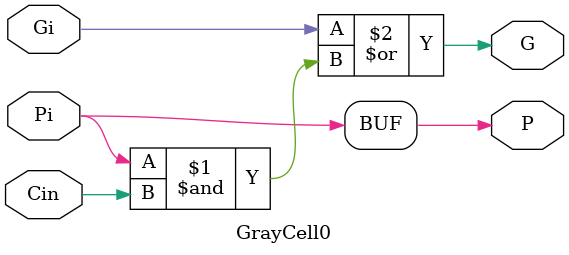
<source format=v>
module HalfAdder0(input a, input b, output sum, output cout);

    assign sum = a ^ b;
    assign cout = a & b;
endmodule

module HalfAdder1(input a, input b, output sum, output cout);

    assign sum = a | b;
    assign cout = a & b;
endmodule

module FullAdder0(input a, input b, input cin, output sum, output cout);

    assign sum = a ^ b ^ cin;
    assign cout = (a & b) | (cin & b) | (cin & a);
endmodule

module FullAdder1(input a, input b, input cin, output sum, output cout);

    assign sum = a | b | cin;
    assign cout =  (cin & b) | (cin & a);
endmodule

module FullAdder2(input a, input b, input cin, output sum, output cout);

    assign sum = a | b | cin;
    assign cout =  (cin & b);
endmodule

module AndGate(input a, input b, output y);
    assign y = a & b;
endmodule

module AndGate0(input a, input b, output y);
    assign y = a & b;
endmodule


module NandGate(input a, input b, output y);
    assign y = ~(a & b);
endmodule

module NandGate0(input a, input b, output y);
    assign y = ~(a & b);
endmodule

module BitwisePG(input A, input B, output P, output G);

    assign P = A ^ B;
    assign G = A & B;
endmodule

module BitwisePG0(input A, input B, output P, output G);

    assign P = A ^ B;
    assign G = A & B;
endmodule

module XorGate(input A, input B, output Y);

    assign Y = A ^ B;
    
endmodule

module XorGate0(input A, input B, output Y);

    assign Y = A ^ B;
    
endmodule

module BlackCell(input Pi, input Gi, input Cin, input Pj, output P, output G);

    assign P = (Pi & Pj);
    assign G = (Gi | (Pi & Cin));
endmodule

module BlackCell0(input Pi, input Gi, input Cin, input Pj, output P, output G);

    assign P = (Pi & Pj);
    assign G = (Gi | (Pi & Cin));
endmodule

module GrayCell(input Pi, input Gi, input Cin, output P, output G);

    assign G = (Gi | (Pi & Cin));
    assign P = Pi;
    
endmodule

module GrayCell0(input Pi, input Gi, input Cin, output P, output G);

    assign G = (Gi | (Pi & Cin));
    assign P = Pi;
    
endmodule
</source>
